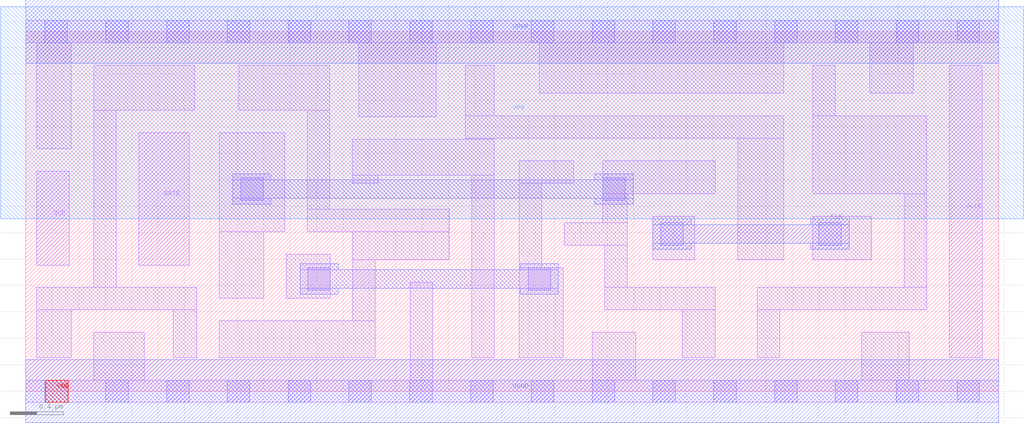
<source format=lef>
# Copyright 2020 The SkyWater PDK Authors
#
# Licensed under the Apache License, Version 2.0 (the "License");
# you may not use this file except in compliance with the License.
# You may obtain a copy of the License at
#
#     https://www.apache.org/licenses/LICENSE-2.0
#
# Unless required by applicable law or agreed to in writing, software
# distributed under the License is distributed on an "AS IS" BASIS,
# WITHOUT WARRANTIES OR CONDITIONS OF ANY KIND, either express or implied.
# See the License for the specific language governing permissions and
# limitations under the License.
#
# SPDX-License-Identifier: Apache-2.0

VERSION 5.7 ;
  NOWIREEXTENSIONATPIN ON ;
  DIVIDERCHAR "/" ;
  BUSBITCHARS "[]" ;
PROPERTYDEFINITIONS
  MACRO maskLayoutSubType STRING ;
  MACRO prCellType STRING ;
  MACRO originalViewName STRING ;
END PROPERTYDEFINITIONS
MACRO sky130_fd_sc_hdll__sdlclkp_1
  CLASS CORE ;
  FOREIGN sky130_fd_sc_hdll__sdlclkp_1 ;
  ORIGIN  0.000000  0.000000 ;
  SIZE  7.360000 BY  2.720000 ;
  SYMMETRY X Y R90 ;
  SITE unithd ;
  PIN CLK
    ANTENNAGATEAREA  0.356400 ;
    DIRECTION INPUT ;
    USE SIGNAL ;
    PORT
      LAYER met1 ;
        RECT 4.745000 1.075000 5.035000 1.120000 ;
        RECT 4.745000 1.120000 6.230000 1.260000 ;
        RECT 4.745000 1.260000 5.035000 1.305000 ;
        RECT 5.940000 1.075000 6.230000 1.120000 ;
        RECT 5.940000 1.260000 6.230000 1.305000 ;
    END
  END CLK
  PIN GATE
    ANTENNAGATEAREA  0.178200 ;
    DIRECTION INPUT ;
    USE SIGNAL ;
    PORT
      LAYER li1 ;
        RECT 0.855000 0.955000 1.235000 1.955000 ;
    END
  END GATE
  PIN GCLK
    ANTENNADIFFAREA  0.480250 ;
    DIRECTION OUTPUT ;
    USE SIGNAL ;
    PORT
      LAYER li1 ;
        RECT 6.985000 0.255000 7.235000 2.465000 ;
    END
  END GCLK
  PIN SCE
    ANTENNAGATEAREA  0.178200 ;
    DIRECTION INPUT ;
    USE SIGNAL ;
    PORT
      LAYER li1 ;
        RECT 0.085000 0.955000 0.330000 1.665000 ;
    END
  END SCE
  PIN VGND
    DIRECTION INOUT ;
    USE GROUND ;
    PORT
      LAYER met1 ;
        RECT 0.000000 -0.240000 7.360000 0.240000 ;
    END
  END VGND
  PIN VNB
    DIRECTION INOUT ;
    USE GROUND ;
    PORT
      LAYER pwell ;
        RECT 0.150000 -0.085000 0.320000 0.085000 ;
    END
  END VNB
  PIN VPB
    DIRECTION INOUT ;
    USE POWER ;
    PORT
      LAYER nwell ;
        RECT -0.190000 1.305000 7.550000 2.910000 ;
    END
  END VPB
  PIN VPWR
    DIRECTION INOUT ;
    USE POWER ;
    PORT
      LAYER met1 ;
        RECT 0.000000 2.480000 7.360000 2.960000 ;
    END
  END VPWR
  OBS
    LAYER li1 ;
      RECT 0.000000 -0.085000 7.360000 0.085000 ;
      RECT 0.000000  2.635000 7.360000 2.805000 ;
      RECT 0.085000  0.255000 0.345000 0.615000 ;
      RECT 0.085000  0.615000 1.295000 0.785000 ;
      RECT 0.085000  1.835000 0.345000 2.635000 ;
      RECT 0.515000  0.085000 0.895000 0.445000 ;
      RECT 0.515000  0.785000 0.685000 2.125000 ;
      RECT 0.515000  2.125000 1.280000 2.465000 ;
      RECT 1.115000  0.255000 1.295000 0.615000 ;
      RECT 1.465000  0.255000 2.645000 0.535000 ;
      RECT 1.465000  0.705000 1.800000 1.205000 ;
      RECT 1.465000  1.205000 1.960000 1.955000 ;
      RECT 1.610000  2.125000 2.300000 2.465000 ;
      RECT 1.970000  0.705000 2.305000 1.035000 ;
      RECT 2.130000  1.205000 3.205000 1.375000 ;
      RECT 2.130000  1.375000 2.300000 2.125000 ;
      RECT 2.470000  1.575000 2.665000 1.635000 ;
      RECT 2.470000  1.635000 3.545000 1.905000 ;
      RECT 2.475000  0.535000 2.645000 0.995000 ;
      RECT 2.475000  0.995000 3.205000 1.205000 ;
      RECT 2.520000  2.075000 3.105000 2.635000 ;
      RECT 2.910000  0.085000 3.080000 0.825000 ;
      RECT 3.325000  1.905000 3.545000 1.915000 ;
      RECT 3.325000  1.915000 5.735000 2.085000 ;
      RECT 3.325000  2.085000 3.545000 2.465000 ;
      RECT 3.375000  0.255000 3.545000 1.635000 ;
      RECT 3.735000  0.255000 4.065000 0.935000 ;
      RECT 3.735000  0.935000 3.905000 1.575000 ;
      RECT 3.735000  1.575000 4.145000 1.745000 ;
      RECT 3.885000  2.255000 5.735000 2.635000 ;
      RECT 4.075000  1.105000 4.550000 1.275000 ;
      RECT 4.285000  0.085000 4.615000 0.445000 ;
      RECT 4.365000  1.275000 4.550000 1.495000 ;
      RECT 4.365000  1.495000 5.215000 1.745000 ;
      RECT 4.380000  0.615000 5.215000 0.785000 ;
      RECT 4.380000  0.785000 4.550000 1.105000 ;
      RECT 4.745000  0.995000 5.060000 1.325000 ;
      RECT 4.965000  0.255000 5.215000 0.615000 ;
      RECT 5.385000  0.995000 5.735000 1.915000 ;
      RECT 5.535000  0.255000 5.705000 0.615000 ;
      RECT 5.535000  0.615000 6.815000 0.785000 ;
      RECT 5.955000  0.995000 6.395000 1.325000 ;
      RECT 5.955000  1.495000 6.815000 2.085000 ;
      RECT 5.955000  2.085000 6.125000 2.465000 ;
      RECT 6.325000  0.085000 6.685000 0.445000 ;
      RECT 6.385000  2.255000 6.715000 2.635000 ;
      RECT 6.645000  0.785000 6.815000 1.495000 ;
    LAYER mcon ;
      RECT 0.145000 -0.085000 0.315000 0.085000 ;
      RECT 0.145000  2.635000 0.315000 2.805000 ;
      RECT 0.605000 -0.085000 0.775000 0.085000 ;
      RECT 0.605000  2.635000 0.775000 2.805000 ;
      RECT 1.065000 -0.085000 1.235000 0.085000 ;
      RECT 1.065000  2.635000 1.235000 2.805000 ;
      RECT 1.525000 -0.085000 1.695000 0.085000 ;
      RECT 1.525000  2.635000 1.695000 2.805000 ;
      RECT 1.625000  1.445000 1.795000 1.615000 ;
      RECT 1.985000 -0.085000 2.155000 0.085000 ;
      RECT 1.985000  2.635000 2.155000 2.805000 ;
      RECT 2.135000  0.765000 2.305000 0.935000 ;
      RECT 2.445000 -0.085000 2.615000 0.085000 ;
      RECT 2.445000  2.635000 2.615000 2.805000 ;
      RECT 2.905000 -0.085000 3.075000 0.085000 ;
      RECT 2.905000  2.635000 3.075000 2.805000 ;
      RECT 3.365000 -0.085000 3.535000 0.085000 ;
      RECT 3.365000  2.635000 3.535000 2.805000 ;
      RECT 3.800000  0.765000 3.970000 0.935000 ;
      RECT 3.825000 -0.085000 3.995000 0.085000 ;
      RECT 3.825000  2.635000 3.995000 2.805000 ;
      RECT 4.285000 -0.085000 4.455000 0.085000 ;
      RECT 4.285000  2.635000 4.455000 2.805000 ;
      RECT 4.365000  1.445000 4.535000 1.615000 ;
      RECT 4.745000 -0.085000 4.915000 0.085000 ;
      RECT 4.745000  2.635000 4.915000 2.805000 ;
      RECT 4.805000  1.105000 4.975000 1.275000 ;
      RECT 5.205000 -0.085000 5.375000 0.085000 ;
      RECT 5.205000  2.635000 5.375000 2.805000 ;
      RECT 5.665000 -0.085000 5.835000 0.085000 ;
      RECT 5.665000  2.635000 5.835000 2.805000 ;
      RECT 6.000000  1.105000 6.170000 1.275000 ;
      RECT 6.125000 -0.085000 6.295000 0.085000 ;
      RECT 6.125000  2.635000 6.295000 2.805000 ;
      RECT 6.585000 -0.085000 6.755000 0.085000 ;
      RECT 6.585000  2.635000 6.755000 2.805000 ;
      RECT 7.045000 -0.085000 7.215000 0.085000 ;
      RECT 7.045000  2.635000 7.215000 2.805000 ;
    LAYER met1 ;
      RECT 1.565000 1.415000 1.855000 1.460000 ;
      RECT 1.565000 1.460000 4.595000 1.600000 ;
      RECT 1.565000 1.600000 1.855000 1.645000 ;
      RECT 2.075000 0.735000 2.365000 0.780000 ;
      RECT 2.075000 0.780000 4.030000 0.920000 ;
      RECT 2.075000 0.920000 2.365000 0.965000 ;
      RECT 3.740000 0.735000 4.030000 0.780000 ;
      RECT 3.740000 0.920000 4.030000 0.965000 ;
      RECT 4.305000 1.415000 4.595000 1.460000 ;
      RECT 4.305000 1.600000 4.595000 1.645000 ;
  END
  PROPERTY maskLayoutSubType "abstract" ;
  PROPERTY prCellType "standard" ;
  PROPERTY originalViewName "layout" ;
END sky130_fd_sc_hdll__sdlclkp_1
END LIBRARY

</source>
